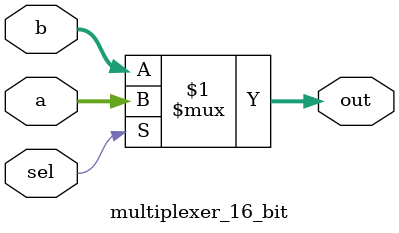
<source format=v>
module CSelectAdder_16bit (
    a,b,cin,sum,cout
);

input [15:0]a,b;
input cin;
output [15:0]sum;
output cout;

wire [15:0]bit_carry,bit_carry_1;
wire [15:0]sum_1,sum_2;
// cin==1
ADD_full adder1(bit_carry[0],sum_1[0],a[0],b[0],1'b1);
ADD_full adder2(bit_carry[1],sum_1[1],a[1],b[1],bit_carry[0]);
ADD_full adder3(bit_carry[2],sum_1[2],a[2],b[2],bit_carry[1]);
ADD_full adder4(bit_carry[3],sum_1[3],a[3],b[3],bit_carry[2]);
ADD_full adder5(bit_carry[4],sum_1[4],a[4],b[4],bit_carry[3]);
ADD_full adder6(bit_carry[5],sum_1[5],a[5],b[5],bit_carry[4]);
ADD_full adder7(bit_carry[6],sum_1[6],a[6],b[6],bit_carry[5]);
ADD_full adder8(bit_carry[7],sum_1[7],a[7],b[7],bit_carry[6]);
ADD_full adder9(bit_carry[8],sum_1[8],a[8],b[8],bit_carry[7]);
ADD_full adder10(bit_carry[9],sum_1[9],a[9],b[9],bit_carry[8]);
ADD_full adder11(bit_carry[10],sum_1[10],a[10],b[10],bit_carry[9]);
ADD_full adder12(bit_carry[11],sum_1[11],a[11],b[11],bit_carry[10]);
ADD_full adder13(bit_carry[12],sum_1[12],a[12],b[12],bit_carry[11]);
ADD_full adder14(bit_carry[13],sum_1[13],a[13],b[13],bit_carry[12]);
ADD_full adder15(bit_carry[14],sum_1[14],a[14],b[14],bit_carry[13]);
ADD_full adder16(bit_carry[15],sum_1[15],a[15],b[15],bit_carry[14]);
//cin==0
ADD_full adder_1_1(bit_carry_1[0],sum_2[0],a[0],b[0],1'b0);
ADD_full adder_1_2(bit_carry_1[1],sum_2[1],a[1],b[1],bit_carry_1[0]);
ADD_full adder_1_3(bit_carry_1[2],sum_2[2],a[2],b[2],bit_carry_1[1]);
ADD_full adder_1_4(bit_carry_1[3],sum_2[3],a[3],b[3],bit_carry_1[2]);
ADD_full adder_1_5(bit_carry_1[4],sum_2[4],a[4],b[4],bit_carry_1[3]);
ADD_full adder_1_6(bit_carry_1[5],sum_2[5],a[5],b[5],bit_carry_1[4]);
ADD_full adder_1_7(bit_carry_1[6],sum_2[6],a[6],b[6],bit_carry_1[5]);
ADD_full adder_1_8(bit_carry_1[7],sum_2[7],a[7],b[7],bit_carry_1[6]);
ADD_full adder_1_9(bit_carry_1[8],sum_2[8],a[8],b[8],bit_carry_1[7]);
ADD_full adder_1_10(bit_carry_1[9],sum_2[9],a[9],b[9],bit_carry_1[8]);
ADD_full adder_1_11(bit_carry_1[10],sum_2[10],a[10],b[10],bit_carry_1[9]);
ADD_full adder_1_12(bit_carry_1[11],sum_2[11],a[11],b[11],bit_carry_1[10]);
ADD_full adder_1_13(bit_carry_1[12],sum_2[12],a[12],b[12],bit_carry_1[11]);
ADD_full adder_1_14(bit_carry_1[13],sum_2[13],a[13],b[13],bit_carry_1[12]);
ADD_full adder_1_15(bit_carry_1[14],sum_2[14],a[14],b[14],bit_carry_1[13]);
ADD_full adder_1_16(bit_carry_1[15],sum_2[15],a[15],b[15],bit_carry_1[14]);

multiplexer_16_bit mul_16(sum_1,sum_2,cin,sum);
multiplexer mul_1(bit_carry[15],bit_carry_1[15],cin,cout);
endmodule //CSelectAdder_4bit

module CSelectAdder_8bit ( a,b,cin,sum,cout);
input [7:0]a,b;
input cin;
output [7:0]sum;
output cout;

wire [7:0]bit_carry,bit_carry_1;
wire [7:0]sum_1,sum_2;
// cin==1
ADD_full adder1(bit_carry[0],sum_1[0],a[0],b[0],1'b1);
ADD_full adder2(bit_carry[1],sum_1[1],a[1],b[1],bit_carry[0]);
ADD_full adder3(bit_carry[2],sum_1[2],a[2],b[2],bit_carry[1]);
ADD_full adder4(bit_carry[3],sum_1[3],a[3],b[3],bit_carry[2]);
ADD_full adder5(bit_carry[4],sum_1[4],a[4],b[4],bit_carry[3]);
ADD_full adder6(bit_carry[5],sum_1[5],a[5],b[5],bit_carry[4]);
ADD_full adder7(bit_carry[6],sum_1[6],a[6],b[6],bit_carry[5]);
ADD_full adder8(bit_carry[7],sum_1[7],a[7],b[7],bit_carry[6]);
//cin==0
ADD_full adder_1_1(bit_carry_1[0],sum_2[0],a[0],b[0],1'b0);
ADD_full adder_1_2(bit_carry_1[1],sum_2[1],a[1],b[1],bit_carry_1[0]);
ADD_full adder_1_3(bit_carry_1[2],sum_2[2],a[2],b[2],bit_carry_1[1]);
ADD_full adder_1_4(bit_carry_1[3],sum_2[3],a[3],b[3],bit_carry_1[2]);
ADD_full adder_1_5(bit_carry_1[4],sum_2[4],a[4],b[4],bit_carry_1[3]);
ADD_full adder_1_6(bit_carry_1[5],sum_2[5],a[5],b[5],bit_carry_1[4]);
ADD_full adder_1_7(bit_carry_1[6],sum_2[6],a[6],b[6],bit_carry_1[5]);
ADD_full adder_1_8(bit_carry_1[7],sum_2[7],a[7],b[7],bit_carry_1[6]);

multiplexer_8_bit mul_8(sum_1,sum_2,cin,sum);
multiplexer mul_1(bit_carry[7],bit_carry_1[7],cin,cout);
endmodule //CSelectAdder_4bit

module ADD_full(output c_out,sum, input a,b,cin);
// wire w1, w2, w3;
assign sum=a^b^cin;
assign c_out=(a&b)|(cin&(a^b));
endmodule

module  multiplexer_8_bit (a,b,sel,out
);
input [7:0]a,b;
input sel;
output [7:0]out;
assign out= (sel)?a:b;
endmodule 

module multiplexer (a,b,sel,out);
input a,b;
input sel;
output out;
assign out = sel?a:b;
endmodule

module  multiplexer_16_bit (a,b,sel,out
);
input [15:0]a,b;
input sel;
output [15:0]out;
assign out= (sel)?a:b;
endmodule 

</source>
